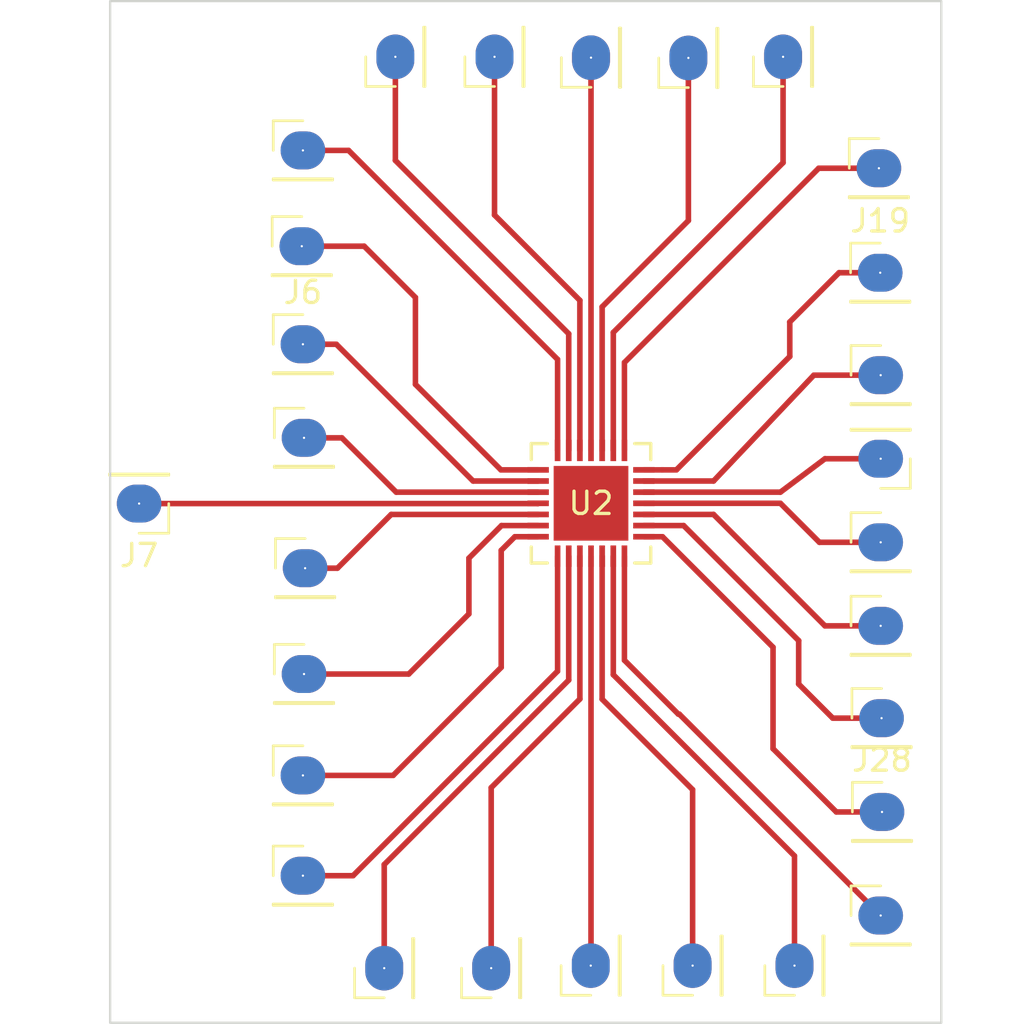
<source format=kicad_pcb>
(kicad_pcb (version 20221018) (generator pcbnew)
  (layers (0 "F.Cu" signal) (31 "B.Cu" signal) (34 "B.Paste" user) (35 "F.Paste" user) (36 "B.SilkS" user "B.Silkscreen") (37 "F.SilkS" user "F.Silkscreen") (38 "B.Mask" user) (39 "F.Mask" user) (44 "Edge.Cuts" user))
  (net 0 "")
  (net 1 "Net-(J1-Pin_1)")
  (net 2 "Net-(J2-Pin_1)")
  (net 4 "Net-(J3-Pin_1)")
  (net 5 "Net-(J4-Pin_1)")
  (net 6 "Net-(J5-Pin_1)")
  (net 7 "Net-(J7-Pin_1)")
  (net 8 "Net-(J8-Pin_1)")
  (net 9 "Net-(J9-Pin_1)")
  (net 10 "Net-(J11-Pin_1)")
  (net 11 "Net-(J12-Pin_1)")
  (net 12 "Net-(J13-Pin_1)")
  (net 13 "Net-(J14-Pin_1)")
  (net 14 "Net-(J15-Pin_1)")
  (net 15 "Net-(J16-Pin_1)")
  (net 16 "Net-(J17-Pin_1)")
  (net 17 "Net-(J10-Pin_1)")
  (net 18 "Net-(J28-Pin_1)")
  (net 19 "Net-(J19-Pin_1)")
  (net 20 "Net-(J20-Pin_1)")
  (net 21 "Net-(J21-Pin_1)")
  (net 22 "Net-(J22-Pin_1)")
  (net 23 "Net-(J23-Pin_1)")
  (net 24 "Net-(J24-Pin_1)")
  (net 25 "Net-(J25-Pin_1)")
  (net 26 "Net-(J26-Pin_1)")
  (net 27 "Net-(J27-Pin_1)")
  (net 28 "Net-(J6-Pin_1)")
  (net 29 "Net-(#FLG01-pwr)")
  (footprint "Connector_PinHeader_2.54mm:PinHeader_1x01_P2.54mm_Vertical" (layer "F.Cu") (at 138.25 80)
    (fp_text reference "J26" hide)
    (fp_text value "Conn_01x01_Pin" hide)
    (fp_line (start -1.33 -1.33) (end 0 -1.33) (stroke (width 0.12)) (layer "F.SilkS"))
    (fp_line (start -1.33 0) (end -1.33 -1.33) (stroke (width 0.12)) (layer "F.SilkS"))
    (fp_line (start -1.33 1.27) (end -1.33 1.33) (stroke (width 0.12)) (layer "F.SilkS"))
    (fp_line (start -1.33 1.27) (end 1.33 1.27) (stroke (width 0.12)) (layer "F.SilkS"))
    (fp_line (start -1.33 1.33) (end 1.33 1.33) (stroke (width 0.12)) (layer "F.SilkS"))
    (fp_line (start 1.33 1.27) (end 1.33 1.33) (stroke (width 0.12)) (layer "F.SilkS"))
    (pad "1" thru_hole oval (at 0 0) (size 2 1.7) (drill 0.1) (layers "*.Cu" "*.Mask") (net 26 "Net-(J26-Pin_1)"))
  )
  (footprint "Connector_PinHeader_2.54mm:PinHeader_1x01_P2.54mm_Vertical" (layer "F.Cu") (at 146.85 75.8 90)
    (fp_text reference "J24" hide)
    (fp_text value "Conn_01x01_Pin" hide)
    (fp_line (start -1.33 -1.33) (end 0 -1.33) (stroke (width 0.12)) (layer "F.SilkS"))
    (fp_line (start -1.33 0) (end -1.33 -1.33) (stroke (width 0.12)) (layer "F.SilkS"))
    (fp_line (start -1.33 1.27) (end -1.33 1.33) (stroke (width 0.12)) (layer "F.SilkS"))
    (fp_line (start -1.33 1.27) (end 1.33 1.27) (stroke (width 0.12)) (layer "F.SilkS"))
    (fp_line (start -1.33 1.33) (end 1.33 1.33) (stroke (width 0.12)) (layer "F.SilkS"))
    (fp_line (start 1.33 1.27) (end 1.33 1.33) (stroke (width 0.12)) (layer "F.SilkS"))
    (pad "1" thru_hole oval (at 0 0 90) (size 2 1.7) (drill 0.1) (layers "*.Cu" "*.Mask") (net 24 "Net-(J24-Pin_1)"))
  )
  (footprint "Connector_PinHeader_2.54mm:PinHeader_1x01_P2.54mm_Vertical" (layer "F.Cu") (at 164.18 97.587501)
    (fp_text reference "J4" hide)
    (fp_text value "Conn_01x01_Pin" hide)
    (fp_line (start -1.33 -1.33) (end 0 -1.33) (stroke (width 0.12)) (layer "F.SilkS"))
    (fp_line (start -1.33 0) (end -1.33 -1.33) (stroke (width 0.12)) (layer "F.SilkS"))
    (fp_line (start -1.33 1.27) (end -1.33 1.33) (stroke (width 0.12)) (layer "F.SilkS"))
    (fp_line (start -1.33 1.27) (end 1.33 1.27) (stroke (width 0.12)) (layer "F.SilkS"))
    (fp_line (start -1.33 1.33) (end 1.33 1.33) (stroke (width 0.12)) (layer "F.SilkS"))
    (fp_line (start 1.33 1.27) (end 1.33 1.33) (stroke (width 0.12)) (layer "F.SilkS"))
    (pad "1" thru_hole oval (at 0 0) (size 2 1.7) (drill 0.1) (layers "*.Cu" "*.Mask") (net 5 "Net-(J4-Pin_1)"))
  )
  (footprint "Connector_PinHeader_2.54mm:PinHeader_1x01_P2.54mm_Vertical" (layer "F.Cu") (at 164.1 80.8)
    (fp_text reference "J20" hide)
    (fp_text value "Conn_01x01_Pin" hide)
    (fp_line (start -1.33 -1.33) (end 0 -1.33) (stroke (width 0.12)) (layer "F.SilkS"))
    (fp_line (start -1.33 0) (end -1.33 -1.33) (stroke (width 0.12)) (layer "F.SilkS"))
    (fp_line (start -1.33 1.27) (end -1.33 1.33) (stroke (width 0.12)) (layer "F.SilkS"))
    (fp_line (start -1.33 1.27) (end 1.33 1.27) (stroke (width 0.12)) (layer "F.SilkS"))
    (fp_line (start -1.33 1.33) (end 1.33 1.33) (stroke (width 0.12)) (layer "F.SilkS"))
    (fp_line (start 1.33 1.27) (end 1.33 1.33) (stroke (width 0.12)) (layer "F.SilkS"))
    (pad "1" thru_hole oval (at 0 0) (size 2 1.7) (drill 0.1) (layers "*.Cu" "*.Mask") (net 20 "Net-(J20-Pin_1)"))
  )
  (footprint "Connector_PinHeader_2.54mm:PinHeader_1x01_P2.54mm_Vertical" (layer "F.Cu") (at 151.18 75.837501 90)
    (fp_text reference "J23" hide)
    (fp_text value "Conn_01x01_Pin" hide)
    (fp_line (start -1.33 -1.33) (end 0 -1.33) (stroke (width 0.12)) (layer "F.SilkS"))
    (fp_line (start -1.33 0) (end -1.33 -1.33) (stroke (width 0.12)) (layer "F.SilkS"))
    (fp_line (start -1.33 1.27) (end -1.33 1.33) (stroke (width 0.12)) (layer "F.SilkS"))
    (fp_line (start -1.33 1.27) (end 1.33 1.27) (stroke (width 0.12)) (layer "F.SilkS"))
    (fp_line (start -1.33 1.33) (end 1.33 1.33) (stroke (width 0.12)) (layer "F.SilkS"))
    (fp_line (start 1.33 1.27) (end 1.33 1.33) (stroke (width 0.12)) (layer "F.SilkS"))
    (pad "1" thru_hole oval (at 0 0 90) (size 2 1.7) (drill 0.1) (layers "*.Cu" "*.Mask") (net 23 "Net-(J23-Pin_1)"))
  )
  (footprint "Connector_PinHeader_2.54mm:PinHeader_1x01_P2.54mm_Vertical" (layer "F.Cu") (at 142.4 75.8 90)
    (fp_text reference "J25" hide)
    (fp_text value "Conn_01x01_Pin" hide)
    (fp_line (start -1.33 -1.33) (end 0 -1.33) (stroke (width 0.12)) (layer "F.SilkS"))
    (fp_line (start -1.33 0) (end -1.33 -1.33) (stroke (width 0.12)) (layer "F.SilkS"))
    (fp_line (start -1.33 1.27) (end -1.33 1.33) (stroke (width 0.12)) (layer "F.SilkS"))
    (fp_line (start -1.33 1.27) (end 1.33 1.27) (stroke (width 0.12)) (layer "F.SilkS"))
    (fp_line (start -1.33 1.33) (end 1.33 1.33) (stroke (width 0.12)) (layer "F.SilkS"))
    (fp_line (start 1.33 1.27) (end 1.33 1.33) (stroke (width 0.12)) (layer "F.SilkS"))
    (pad "1" thru_hole oval (at 0 0 90) (size 2 1.7) (drill 0.1) (layers "*.Cu" "*.Mask") (net 25 "Net-(J25-Pin_1)"))
  )
  (footprint "Connector_PinHeader_2.54mm:PinHeader_1x01_P2.54mm_Vertical" (layer "F.Cu") (at 164.18 114.337501)
    (fp_text reference "J16" hide)
    (fp_text value "Conn_01x01_Pin" hide)
    (fp_line (start -1.33 -1.33) (end 0 -1.33) (stroke (width 0.12)) (layer "F.SilkS"))
    (fp_line (start -1.33 0) (end -1.33 -1.33) (stroke (width 0.12)) (layer "F.SilkS"))
    (fp_line (start -1.33 1.27) (end -1.33 1.33) (stroke (width 0.12)) (layer "F.SilkS"))
    (fp_line (start -1.33 1.27) (end 1.33 1.27) (stroke (width 0.12)) (layer "F.SilkS"))
    (fp_line (start -1.33 1.33) (end 1.33 1.33) (stroke (width 0.12)) (layer "F.SilkS"))
    (fp_line (start 1.33 1.27) (end 1.33 1.33) (stroke (width 0.12)) (layer "F.SilkS"))
    (pad "1" thru_hole oval (at 0 0) (size 2 1.7) (drill 0.1) (layers "*.Cu" "*.Mask") (net 15 "Net-(J16-Pin_1)"))
  )
  (footprint "Connector_PinHeader_2.54mm:PinHeader_1x01_P2.54mm_Vertical" (layer "F.Cu") (at 141.9 116.7 90)
    (fp_text reference "J12" hide)
    (fp_text value "Conn_01x01_Pin" hide)
    (fp_line (start -1.33 -1.33) (end 0 -1.33) (stroke (width 0.12)) (layer "F.SilkS"))
    (fp_line (start -1.33 0) (end -1.33 -1.33) (stroke (width 0.12)) (layer "F.SilkS"))
    (fp_line (start -1.33 1.27) (end -1.33 1.33) (stroke (width 0.12)) (layer "F.SilkS"))
    (fp_line (start -1.33 1.27) (end 1.33 1.27) (stroke (width 0.12)) (layer "F.SilkS"))
    (fp_line (start -1.33 1.33) (end 1.33 1.33) (stroke (width 0.12)) (layer "F.SilkS"))
    (fp_line (start 1.33 1.27) (end 1.33 1.33) (stroke (width 0.12)) (layer "F.SilkS"))
    (pad "1" thru_hole oval (at 0 0 90) (size 2 1.7) (drill 0.1) (layers "*.Cu" "*.Mask") (net 11 "Net-(J12-Pin_1)"))
  )
  (footprint "Connector_PinHeader_2.54mm:PinHeader_1x01_P2.54mm_Vertical" (layer "F.Cu") (at 155.55 75.85 90)
    (fp_text reference "J22" hide)
    (fp_text value "Conn_01x01_Pin" hide)
    (fp_line (start -1.33 -1.33) (end 0 -1.33) (stroke (width 0.12)) (layer "F.SilkS"))
    (fp_line (start -1.33 0) (end -1.33 -1.33) (stroke (width 0.12)) (layer "F.SilkS"))
    (fp_line (start -1.33 1.27) (end -1.33 1.33) (stroke (width 0.12)) (layer "F.SilkS"))
    (fp_line (start -1.33 1.27) (end 1.33 1.27) (stroke (width 0.12)) (layer "F.SilkS"))
    (fp_line (start -1.33 1.33) (end 1.33 1.33) (stroke (width 0.12)) (layer "F.SilkS"))
    (fp_line (start 1.33 1.27) (end 1.33 1.33) (stroke (width 0.12)) (layer "F.SilkS"))
    (pad "1" thru_hole oval (at 0 0 90) (size 2 1.7) (drill 0.1) (layers "*.Cu" "*.Mask") (net 22 "Net-(J22-Pin_1)"))
  )
  (footprint "footprints:MAX2121ETI&plus_" (layer "F.Cu") (at 151.18 95.8375)
    (fp_text reference "U2" (at 0 0) (layer "F.SilkS"))
    (fp_text value "MAX2121ETI+" hide)
    (fp_line (start -2.6797 -2.6797) (end -2.6797 -1.96014) (stroke (width 0.1524)) (layer "F.SilkS"))
    (fp_line (start -2.6797 1.96014) (end -2.6797 2.6797) (stroke (width 0.1524)) (layer "F.SilkS"))
    (fp_line (start -2.6797 2.6797) (end -1.96014 2.6797) (stroke (width 0.1524)) (layer "F.SilkS"))
    (fp_line (start -1.96014 -2.6797) (end -2.6797 -2.6797) (stroke (width 0.1524)) (layer "F.SilkS"))
    (fp_line (start 1.96014 2.6797) (end 2.6797 2.6797) (stroke (width 0.1524)) (layer "F.SilkS"))
    (fp_line (start 2.6797 -2.6797) (end 1.96014 -2.6797) (stroke (width 0.1524)) (layer "F.SilkS"))
    (fp_line (start 2.6797 -1.96014) (end 2.6797 -2.6797) (stroke (width 0.1524)) (layer "F.SilkS"))
    (fp_line (start 2.6797 2.6797) (end 2.6797 1.96014) (stroke (width 0.1524)) (layer "F.SilkS"))
    (pad "1" smd rect (at -2.3725 -1.5 90) (size 0.2548 0.960399) (layers "F.Cu" "F.Paste" "F.Mask") (net 1 "Net-(J1-Pin_1)"))
    (pad "2" smd rect (at -2.3725 -1.000001 90) (size 0.2548 0.960399) (layers "F.Cu" "F.Paste" "F.Mask") (net 28 "Net-(J6-Pin_1)"))
    (pad "3" smd rect (at -2.3725 -0.499999 90) (size 0.2548 0.960399) (layers "F.Cu" "F.Paste" "F.Mask") (net 29 "Net-(#FLG01-pwr)"))
    (pad "4" smd rect (at -2.3725 0 90) (size 0.2548 0.960399) (layers "F.Cu" "F.Paste" "F.Mask") (net 7 "Net-(J7-Pin_1)"))
    (pad "5" smd rect (at -2.3725 0.499999 90) (size 0.2548 0.960399) (layers "F.Cu" "F.Paste" "F.Mask") (net 8 "Net-(J8-Pin_1)"))
    (pad "6" smd rect (at -2.3725 1.000001 90) (size 0.2548 0.960399) (layers "F.Cu" "F.Paste" "F.Mask") (net 9 "Net-(J9-Pin_1)"))
    (pad "7" smd rect (at -2.3725 1.5 90) (size 0.2548 0.960399) (layers "F.Cu" "F.Paste" "F.Mask") (net 17 "Net-(J10-Pin_1)"))
    (pad "8" smd rect (at -1.5 2.3725) (size 0.2548 0.960399) (layers "F.Cu" "F.Paste" "F.Mask") (net 10 "Net-(J11-Pin_1)"))
    (pad "9" smd rect (at -1.000001 2.3725) (size 0.2548 0.960399) (layers "F.Cu" "F.Paste" "F.Mask") (net 11 "Net-(J12-Pin_1)"))
    (pad "10" smd rect (at -0.499999 2.3725) (size 0.2548 0.960399) (layers "F.Cu" "F.Paste" "F.Mask") (net 12 "Net-(J13-Pin_1)"))
    (pad "11" smd rect (at 0 2.3725) (size 0.2548 0.960399) (layers "F.Cu" "F.Paste" "F.Mask") (net 16 "Net-(J17-Pin_1)"))
    (pad "12" smd rect (at 0.499999 2.3725) (size 0.2548 0.960399) (layers "F.Cu" "F.Paste" "F.Mask") (net 13 "Net-(J14-Pin_1)"))
    (pad "13" smd rect (at 1.000001 2.3725) (size 0.2548 0.960399) (layers "F.Cu" "F.Paste" "F.Mask") (net 14 "Net-(J15-Pin_1)"))
    (pad "14" smd rect (at 1.5 2.3725) (size 0.2548 0.960399) (layers "F.Cu" "F.Paste" "F.Mask") (net 15 "Net-(J16-Pin_1)"))
    (pad "15" smd rect (at 2.3725 1.5 90) (size 0.2548 0.960399) (layers "F.Cu" "F.Paste" "F.Mask") (net 18 "Net-(J28-Pin_1)"))
    (pad "16" smd rect (at 2.3725 1.000001 90) (size 0.2548 0.960399) (layers "F.Cu" "F.Paste" "F.Mask") (net 27 "Net-(J27-Pin_1)"))
    (pad "17" smd rect (at 2.3725 0.499999 90) (size 0.2548 0.960399) (layers "F.Cu" "F.Paste" "F.Mask") (net 6 "Net-(J5-Pin_1)"))
    (pad "18" smd rect (at 2.3725 0 90) (size 0.2548 0.960399) (layers "F.Cu" "F.Paste" "F.Mask") (net 5 "Net-(J4-Pin_1)"))
    (pad "19" smd rect (at 2.3725 -0.499999 90) (size 0.2548 0.960399) (layers "F.Cu" "F.Paste" "F.Mask") (net 4 "Net-(J3-Pin_1)"))
    (pad "20" smd rect (at 2.3725 -1.000001 90) (size 0.2548 0.960399) (layers "F.Cu" "F.Paste" "F.Mask") (net 2 "Net-(J2-Pin_1)"))
    (pad "21" smd rect (at 2.3725 -1.5 90) (size 0.2548 0.960399) (layers "F.Cu" "F.Paste" "F.Mask") (net 19 "Net-(J19-Pin_1)"))
    (pad "22" smd rect (at 1.5 -2.3725) (size 0.2548 0.960399) (layers "F.Cu" "F.Paste" "F.Mask") (net 20 "Net-(J20-Pin_1)"))
    (pad "23" smd rect (at 1.000001 -2.3725) (size 0.2548 0.960399) (layers "F.Cu" "F.Paste" "F.Mask") (net 21 "Net-(J21-Pin_1)"))
    (pad "24" smd rect (at 0.499999 -2.3725) (size 0.2548 0.960399) (layers "F.Cu" "F.Paste" "F.Mask") (net 22 "Net-(J22-Pin_1)"))
    (pad "25" smd rect (at 0 -2.3725) (size 0.2548 0.960399) (layers "F.Cu" "F.Paste" "F.Mask") (net 23 "Net-(J23-Pin_1)"))
    (pad "26" smd rect (at -0.499999 -2.3725) (size 0.2548 0.960399) (layers "F.Cu" "F.Paste" "F.Mask") (net 24 "Net-(J24-Pin_1)"))
    (pad "27" smd rect (at -1.000001 -2.3725) (size 0.2548 0.960399) (layers "F.Cu" "F.Paste" "F.Mask") (net 25 "Net-(J25-Pin_1)"))
    (pad "28" smd rect (at -1.5 -2.3725) (size 0.2548 0.960399) (layers "F.Cu" "F.Paste" "F.Mask") (net 26 "Net-(J26-Pin_1)"))
    (pad "29" smd rect (at 0 0) (size 3.3528 3.3528) (layers "F.Cu" "F.Paste" "F.Mask"))
  )
  (footprint "Connector_PinHeader_2.54mm:PinHeader_1x01_P2.54mm_Vertical" (layer "F.Cu") (at 151.168 116.586 90)
    (fp_text reference "J17" hide)
    (fp_text value "Conn_01x01_Pin" hide)
    (fp_line (start -1.33 -1.33) (end 0 -1.33) (stroke (width 0.12)) (layer "F.SilkS"))
    (fp_line (start -1.33 0) (end -1.33 -1.33) (stroke (width 0.12)) (layer "F.SilkS"))
    (fp_line (start -1.33 1.27) (end -1.33 1.33) (stroke (width 0.12)) (layer "F.SilkS"))
    (fp_line (start -1.33 1.27) (end 1.33 1.27) (stroke (width 0.12)) (layer "F.SilkS"))
    (fp_line (start -1.33 1.33) (end 1.33 1.33) (stroke (width 0.12)) (layer "F.SilkS"))
    (fp_line (start 1.33 1.27) (end 1.33 1.33) (stroke (width 0.12)) (layer "F.SilkS"))
    (pad "1" thru_hole oval (at 0 0 90) (size 2 1.7) (drill 0.1) (layers "*.Cu" "*.Mask") (net 16 "Net-(J17-Pin_1)"))
  )
  (footprint "Connector_PinHeader_2.54mm:PinHeader_1x01_P2.54mm_Vertical" (layer "F.Cu") (at 138.35 98.75)
    (fp_text reference "J8" hide)
    (fp_text value "Conn_01x01_Pin" hide)
    (fp_line (start -1.33 -1.33) (end 0 -1.33) (stroke (width 0.12)) (layer "F.SilkS"))
    (fp_line (start -1.33 0) (end -1.33 -1.33) (stroke (width 0.12)) (layer "F.SilkS"))
    (fp_line (start -1.33 1.27) (end -1.33 1.33) (stroke (width 0.12)) (layer "F.SilkS"))
    (fp_line (start -1.33 1.27) (end 1.33 1.27) (stroke (width 0.12)) (layer "F.SilkS"))
    (fp_line (start -1.33 1.33) (end 1.33 1.33) (stroke (width 0.12)) (layer "F.SilkS"))
    (fp_line (start 1.33 1.27) (end 1.33 1.33) (stroke (width 0.12)) (layer "F.SilkS"))
    (pad "1" thru_hole oval (at 0 0) (size 2 1.7) (drill 0.1) (layers "*.Cu" "*.Mask") (net 8 "Net-(J8-Pin_1)"))
  )
  (footprint "Connector_PinHeader_2.54mm:PinHeader_1x01_P2.54mm_Vertical" (layer "F.Cu") (at 138.3 103.5)
    (fp_text reference "J9" hide)
    (fp_text value "Conn_01x01_Pin" hide)
    (fp_line (start -1.33 -1.33) (end 0 -1.33) (stroke (width 0.12)) (layer "F.SilkS"))
    (fp_line (start -1.33 0) (end -1.33 -1.33) (stroke (width 0.12)) (layer "F.SilkS"))
    (fp_line (start -1.33 1.27) (end -1.33 1.33) (stroke (width 0.12)) (layer "F.SilkS"))
    (fp_line (start -1.33 1.27) (end 1.33 1.27) (stroke (width 0.12)) (layer "F.SilkS"))
    (fp_line (start -1.33 1.33) (end 1.33 1.33) (stroke (width 0.12)) (layer "F.SilkS"))
    (fp_line (start 1.33 1.27) (end 1.33 1.33) (stroke (width 0.12)) (layer "F.SilkS"))
    (pad "1" thru_hole oval (at 0 0) (size 2 1.7) (drill 0.1) (layers "*.Cu" "*.Mask") (net 9 "Net-(J9-Pin_1)"))
  )
  (footprint "Connector_PinHeader_2.54mm:PinHeader_1x01_P2.54mm_Vertical" (layer "F.Cu") (at 164.22 105.48)
    (fp_text reference "J27" hide)
    (fp_text value "Conn_01x01_Pin" hide)
    (fp_line (start -1.33 -1.33) (end 0 -1.33) (stroke (width 0.12)) (layer "F.SilkS"))
    (fp_line (start -1.33 0) (end -1.33 -1.33) (stroke (width 0.12)) (layer "F.SilkS"))
    (fp_line (start -1.33 1.27) (end -1.33 1.33) (stroke (width 0.12)) (layer "F.SilkS"))
    (fp_line (start -1.33 1.27) (end 1.33 1.27) (stroke (width 0.12)) (layer "F.SilkS"))
    (fp_line (start -1.33 1.33) (end 1.33 1.33) (stroke (width 0.12)) (layer "F.SilkS"))
    (fp_line (start 1.33 1.27) (end 1.33 1.33) (stroke (width 0.12)) (layer "F.SilkS"))
    (pad "1" thru_hole oval (at 0 0) (size 2 1.7) (drill 0.1) (layers "*.Cu" "*.Mask") (net 27 "Net-(J27-Pin_1)"))
  )
  (footprint "Connector_PinHeader_2.54mm:PinHeader_1x01_P2.54mm_Vertical" (layer "F.Cu") (at 138.3 92.9)
    (fp_text reference "J18" hide)
    (fp_text value "Conn_01x01_Pin" hide)
    (fp_line (start -1.33 -1.33) (end 0 -1.33) (stroke (width 0.12)) (layer "F.SilkS"))
    (fp_line (start -1.33 0) (end -1.33 -1.33) (stroke (width 0.12)) (layer "F.SilkS"))
    (fp_line (start -1.33 1.27) (end -1.33 1.33) (stroke (width 0.12)) (layer "F.SilkS"))
    (fp_line (start -1.33 1.27) (end 1.33 1.27) (stroke (width 0.12)) (layer "F.SilkS"))
    (fp_line (start -1.33 1.33) (end 1.33 1.33) (stroke (width 0.12)) (layer "F.SilkS"))
    (fp_line (start 1.33 1.27) (end 1.33 1.33) (stroke (width 0.12)) (layer "F.SilkS"))
    (pad "1" thru_hole oval (at 0 0) (size 2 1.7) (drill 0.1) (layers "*.Cu" "*.Mask") (net 29 "Net-(#FLG01-pwr)"))
  )
  (footprint "Connector_PinHeader_2.54mm:PinHeader_1x01_P2.54mm_Vertical" (layer "F.Cu") (at 130.9 95.85 180)
    (fp_text reference "J7" (at 0 -2.33) (layer "F.SilkS"))
    (fp_text value "Conn_01x01_Pin")
    (fp_line (start -1.33 -1.33) (end 0 -1.33) (stroke (width 0.12)) (layer "F.SilkS"))
    (fp_line (start -1.33 0) (end -1.33 -1.33) (stroke (width 0.12)) (layer "F.SilkS"))
    (fp_line (start -1.33 1.27) (end -1.33 1.33) (stroke (width 0.12)) (layer "F.SilkS"))
    (fp_line (start -1.33 1.27) (end 1.33 1.27) (stroke (width 0.12)) (layer "F.SilkS"))
    (fp_line (start -1.33 1.33) (end 1.33 1.33) (stroke (width 0.12)) (layer "F.SilkS"))
    (fp_line (start 1.33 1.27) (end 1.33 1.33) (stroke (width 0.12)) (layer "F.SilkS"))
    (pad "1" thru_hole oval (at 0 0 180) (size 2 1.7) (drill 0.1) (layers "*.Cu" "*.Mask") (net 7 "Net-(J7-Pin_1)"))
  )
  (footprint "Connector_PinHeader_2.54mm:PinHeader_1x01_P2.54mm_Vertical" (layer "F.Cu") (at 138.25 88.7)
    (fp_text reference "J6" (at 0 -2.33) (layer "F.SilkS"))
    (fp_text value "Conn_01x01_Pin")
    (fp_line (start -1.33 -1.33) (end 0 -1.33) (stroke (width 0.12)) (layer "F.SilkS"))
    (fp_line (start -1.33 0) (end -1.33 -1.33) (stroke (width 0.12)) (layer "F.SilkS"))
    (fp_line (start -1.33 1.27) (end -1.33 1.33) (stroke (width 0.12)) (layer "F.SilkS"))
    (fp_line (start -1.33 1.27) (end 1.33 1.27) (stroke (width 0.12)) (layer "F.SilkS"))
    (fp_line (start -1.33 1.33) (end 1.33 1.33) (stroke (width 0.12)) (layer "F.SilkS"))
    (fp_line (start 1.33 1.27) (end 1.33 1.33) (stroke (width 0.12)) (layer "F.SilkS"))
    (pad "1" thru_hole oval (at 0 0) (size 2 1.7) (drill 0.1) (layers "*.Cu" "*.Mask") (net 28 "Net-(J6-Pin_1)"))
  )
  (footprint "Connector_PinHeader_2.54mm:PinHeader_1x01_P2.54mm_Vertical" (layer "F.Cu") (at 138.25 112.55)
    (fp_text reference "J11" hide)
    (fp_text value "Conn_01x01_Pin" hide)
    (fp_line (start -1.33 -1.33) (end 0 -1.33) (stroke (width 0.12)) (layer "F.SilkS"))
    (fp_line (start -1.33 0) (end -1.33 -1.33) (stroke (width 0.12)) (layer "F.SilkS"))
    (fp_line (start -1.33 1.27) (end -1.33 1.33) (stroke (width 0.12)) (layer "F.SilkS"))
    (fp_line (start -1.33 1.27) (end 1.33 1.27) (stroke (width 0.12)) (layer "F.SilkS"))
    (fp_line (start -1.33 1.33) (end 1.33 1.33) (stroke (width 0.12)) (layer "F.SilkS"))
    (fp_line (start 1.33 1.27) (end 1.33 1.33) (stroke (width 0.12)) (layer "F.SilkS"))
    (pad "1" thru_hole oval (at 0 0) (size 2 1.7) (drill 0.1) (layers "*.Cu" "*.Mask") (net 10 "Net-(J11-Pin_1)"))
  )
  (footprint "Connector_PinHeader_2.54mm:PinHeader_1x01_P2.54mm_Vertical" (layer "F.Cu") (at 159.8 75.8 90)
    (fp_text reference "J21" hide)
    (fp_text value "Conn_01x01_Pin" hide)
    (fp_line (start -1.33 -1.33) (end 0 -1.33) (stroke (width 0.12)) (layer "F.SilkS"))
    (fp_line (start -1.33 0) (end -1.33 -1.33) (stroke (width 0.12)) (layer "F.SilkS"))
    (fp_line (start -1.33 1.27) (end -1.33 1.33) (stroke (width 0.12)) (layer "F.SilkS"))
    (fp_line (start -1.33 1.27) (end 1.33 1.27) (stroke (width 0.12)) (layer "F.SilkS"))
    (fp_line (start -1.33 1.33) (end 1.33 1.33) (stroke (width 0.12)) (layer "F.SilkS"))
    (fp_line (start 1.33 1.27) (end 1.33 1.33) (stroke (width 0.12)) (layer "F.SilkS"))
    (pad "1" thru_hole oval (at 0 0 90) (size 2 1.7) (drill 0.1) (layers "*.Cu" "*.Mask") (net 21 "Net-(J21-Pin_1)"))
  )
  (footprint "Connector_PinHeader_2.54mm:PinHeader_1x01_P2.54mm_Vertical" (layer "F.Cu") (at 164.16 85.49)
    (fp_text reference "J19" (at 0 -2.33) (layer "F.SilkS"))
    (fp_text value "Conn_01x01_Pin")
    (fp_line (start -1.33 -1.33) (end 0 -1.33) (stroke (width 0.12)) (layer "F.SilkS"))
    (fp_line (start -1.33 0) (end -1.33 -1.33) (stroke (width 0.12)) (layer "F.SilkS"))
    (fp_line (start -1.33 1.27) (end -1.33 1.33) (stroke (width 0.12)) (layer "F.SilkS"))
    (fp_line (start -1.33 1.27) (end 1.33 1.27) (stroke (width 0.12)) (layer "F.SilkS"))
    (fp_line (start -1.33 1.33) (end 1.33 1.33) (stroke (width 0.12)) (layer "F.SilkS"))
    (fp_line (start 1.33 1.27) (end 1.33 1.33) (stroke (width 0.12)) (layer "F.SilkS"))
    (pad "1" thru_hole oval (at 0 0) (size 2 1.7) (drill 0.1) (layers "*.Cu" "*.Mask") (net 19 "Net-(J19-Pin_1)"))
  )
  (footprint "Connector_PinHeader_2.54mm:PinHeader_1x01_P2.54mm_Vertical" (layer "F.Cu") (at 138.25 108.05)
    (fp_text reference "J10" hide)
    (fp_text value "Conn_01x01_Pin" hide)
    (fp_line (start -1.33 -1.33) (end 0 -1.33) (stroke (width 0.12)) (layer "F.SilkS"))
    (fp_line (start -1.33 0) (end -1.33 -1.33) (stroke (width 0.12)) (layer "F.SilkS"))
    (fp_line (start -1.33 1.27) (end -1.33 1.33) (stroke (width 0.12)) (layer "F.SilkS"))
    (fp_line (start -1.33 1.27) (end 1.33 1.27) (stroke (width 0.12)) (layer "F.SilkS"))
    (fp_line (start -1.33 1.33) (end 1.33 1.33) (stroke (width 0.12)) (layer "F.SilkS"))
    (fp_line (start 1.33 1.27) (end 1.33 1.33) (stroke (width 0.12)) (layer "F.SilkS"))
    (pad "1" thru_hole oval (at 0 0) (size 2 1.7) (drill 0.1) (layers "*.Cu" "*.Mask") (net 17 "Net-(J10-Pin_1)"))
  )
  (footprint "Connector_PinHeader_2.54mm:PinHeader_1x01_P2.54mm_Vertical" (layer "F.Cu") (at 138.2 84.3)
    (fp_text reference "J1" hide)
    (fp_text value "Conn_01x01_Pin" hide)
    (fp_line (start -1.33 -1.33) (end 0 -1.33) (stroke (width 0.12)) (layer "F.SilkS"))
    (fp_line (start -1.33 0) (end -1.33 -1.33) (stroke (width 0.12)) (layer "F.SilkS"))
    (fp_line (start -1.33 1.27) (end -1.33 1.33) (stroke (width 0.12)) (layer "F.SilkS"))
    (fp_line (start -1.33 1.27) (end 1.33 1.27) (stroke (width 0.12)) (layer "F.SilkS"))
    (fp_line (start -1.33 1.33) (end 1.33 1.33) (stroke (width 0.12)) (layer "F.SilkS"))
    (fp_line (start 1.33 1.27) (end 1.33 1.33) (stroke (width 0.12)) (layer "F.SilkS"))
    (pad "1" thru_hole oval (at 0 0) (size 2 1.7) (drill 0.1) (layers "*.Cu" "*.Mask") (net 1 "Net-(J1-Pin_1)"))
  )
  (footprint "Connector_PinHeader_2.54mm:PinHeader_1x01_P2.54mm_Vertical" (layer "F.Cu") (at 164.18 90.087501)
    (fp_text reference "J2" hide)
    (fp_text value "Conn_01x01_Pin" hide)
    (fp_line (start -1.33 -1.33) (end 0 -1.33) (stroke (width 0.12)) (layer "F.SilkS"))
    (fp_line (start -1.33 0) (end -1.33 -1.33) (stroke (width 0.12)) (layer "F.SilkS"))
    (fp_line (start -1.33 1.27) (end -1.33 1.33) (stroke (width 0.12)) (layer "F.SilkS"))
    (fp_line (start -1.33 1.27) (end 1.33 1.27) (stroke (width 0.12)) (layer "F.SilkS"))
    (fp_line (start -1.33 1.33) (end 1.33 1.33) (stroke (width 0.12)) (layer "F.SilkS"))
    (fp_line (start 1.33 1.27) (end 1.33 1.33) (stroke (width 0.12)) (layer "F.SilkS"))
    (pad "1" thru_hole oval (at 0 0) (size 2 1.7) (drill 0.1) (layers "*.Cu" "*.Mask") (net 2 "Net-(J2-Pin_1)"))
  )
  (footprint "Connector_PinHeader_2.54mm:PinHeader_1x01_P2.54mm_Vertical" (layer "F.Cu") (at 155.74 116.586 90)
    (fp_text reference "J14" hide)
    (fp_text value "Conn_01x01_Pin" hide)
    (fp_line (start -1.33 -1.33) (end 0 -1.33) (stroke (width 0.12)) (layer "F.SilkS"))
    (fp_line (start -1.33 0) (end -1.33 -1.33) (stroke (width 0.12)) (layer "F.SilkS"))
    (fp_line (start -1.33 1.27) (end -1.33 1.33) (stroke (width 0.12)) (layer "F.SilkS"))
    (fp_line (start -1.33 1.27) (end 1.33 1.27) (stroke (width 0.12)) (layer "F.SilkS"))
    (fp_line (start -1.33 1.33) (end 1.33 1.33) (stroke (width 0.12)) (layer "F.SilkS"))
    (fp_line (start 1.33 1.27) (end 1.33 1.33) (stroke (width 0.12)) (layer "F.SilkS"))
    (pad "1" thru_hole oval (at 0 0 90) (size 2 1.7) (drill 0.1) (layers "*.Cu" "*.Mask") (net 13 "Net-(J14-Pin_1)"))
  )
  (footprint "Connector_PinHeader_2.54mm:PinHeader_1x01_P2.54mm_Vertical" (layer "F.Cu") (at 164.18 101.337501)
    (fp_text reference "J5" hide)
    (fp_text value "Conn_01x01_Pin" hide)
    (fp_line (start -1.33 -1.33) (end 0 -1.33) (stroke (width 0.12)) (layer "F.SilkS"))
    (fp_line (start -1.33 0) (end -1.33 -1.33) (stroke (width 0.12)) (layer "F.SilkS"))
    (fp_line (start -1.33 1.27) (end -1.33 1.33) (stroke (width 0.12)) (layer "F.SilkS"))
    (fp_line (start -1.33 1.27) (end 1.33 1.27) (stroke (width 0.12)) (layer "F.SilkS"))
    (fp_line (start -1.33 1.33) (end 1.33 1.33) (stroke (width 0.12)) (layer "F.SilkS"))
    (fp_line (start 1.33 1.27) (end 1.33 1.33) (stroke (width 0.12)) (layer "F.SilkS"))
    (pad "1" thru_hole oval (at 0 0) (size 2 1.7) (drill 0.1) (layers "*.Cu" "*.Mask") (net 6 "Net-(J5-Pin_1)"))
  )
  (footprint "Connector_PinHeader_2.54mm:PinHeader_1x01_P2.54mm_Vertical" (layer "F.Cu") (at 160.312 116.586 90)
    (fp_text reference "J15" hide)
    (fp_text value "Conn_01x01_Pin" hide)
    (fp_line (start -1.33 -1.33) (end 0 -1.33) (stroke (width 0.12)) (layer "F.SilkS"))
    (fp_line (start -1.33 0) (end -1.33 -1.33) (stroke (width 0.12)) (layer "F.SilkS"))
    (fp_line (start -1.33 1.27) (end -1.33 1.33) (stroke (width 0.12)) (layer "F.SilkS"))
    (fp_line (start -1.33 1.27) (end 1.33 1.27) (stroke (width 0.12)) (layer "F.SilkS"))
    (fp_line (start -1.33 1.33) (end 1.33 1.33) (stroke (width 0.12)) (layer "F.SilkS"))
    (fp_line (start 1.33 1.27) (end 1.33 1.33) (stroke (width 0.12)) (layer "F.SilkS"))
    (pad "1" thru_hole oval (at 0 0 90) (size 2 1.7) (drill 0.1) (layers "*.Cu" "*.Mask") (net 14 "Net-(J15-Pin_1)"))
  )
  (footprint "Connector_PinHeader_2.54mm:PinHeader_1x01_P2.54mm_Vertical" (layer "F.Cu") (at 164.18 93.837501 180)
    (fp_text reference "J3" hide)
    (fp_text value "Conn_01x01_Pin" hide)
    (fp_line (start -1.33 -1.33) (end 0 -1.33) (stroke (width 0.12)) (layer "F.SilkS"))
    (fp_line (start -1.33 0) (end -1.33 -1.33) (stroke (width 0.12)) (layer "F.SilkS"))
    (fp_line (start -1.33 1.27) (end -1.33 1.33) (stroke (width 0.12)) (layer "F.SilkS"))
    (fp_line (start -1.33 1.27) (end 1.33 1.27) (stroke (width 0.12)) (layer "F.SilkS"))
    (fp_line (start -1.33 1.33) (end 1.33 1.33) (stroke (width 0.12)) (layer "F.SilkS"))
    (fp_line (start 1.33 1.27) (end 1.33 1.33) (stroke (width 0.12)) (layer "F.SilkS"))
    (pad "1" thru_hole oval (at 0 0 180) (size 2 1.7) (drill 0.1) (layers "*.Cu" "*.Mask") (net 4 "Net-(J3-Pin_1)"))
  )
  (footprint "Connector_PinHeader_2.54mm:PinHeader_1x01_P2.54mm_Vertical" (layer "F.Cu") (at 146.7 116.7 90)
    (fp_text reference "J13" hide)
    (fp_text value "Conn_01x01_Pin" hide)
    (fp_line (start -1.33 -1.33) (end 0 -1.33) (stroke (width 0.12)) (layer "F.SilkS"))
    (fp_line (start -1.33 0) (end -1.33 -1.33) (stroke (width 0.12)) (layer "F.SilkS"))
    (fp_line (start -1.33 1.27) (end -1.33 1.33) (stroke (width 0.12)) (layer "F.SilkS"))
    (fp_line (start -1.33 1.27) (end 1.33 1.27) (stroke (width 0.12)) (layer "F.SilkS"))
    (fp_line (start -1.33 1.33) (end 1.33 1.33) (stroke (width 0.12)) (layer "F.SilkS"))
    (fp_line (start 1.33 1.27) (end 1.33 1.33) (stroke (width 0.12)) (layer "F.SilkS"))
    (pad "1" thru_hole oval (at 0 0 90) (size 2 1.7) (drill 0.1) (layers "*.Cu" "*.Mask") (net 12 "Net-(J13-Pin_1)"))
  )
  (footprint "Connector_PinHeader_2.54mm:PinHeader_1x01_P2.54mm_Vertical" (layer "F.Cu") (at 164.24 109.69)
    (fp_text reference "J28" (at 0 -2.33) (layer "F.SilkS"))
    (fp_text value "Conn_01x01_Pin")
    (fp_line (start -1.33 -1.33) (end 0 -1.33) (stroke (width 0.12)) (layer "F.SilkS"))
    (fp_line (start -1.33 0) (end -1.33 -1.33) (stroke (width 0.12)) (layer "F.SilkS"))
    (fp_line (start -1.33 1.27) (end -1.33 1.33) (stroke (width 0.12)) (layer "F.SilkS"))
    (fp_line (start -1.33 1.27) (end 1.33 1.27) (stroke (width 0.12)) (layer "F.SilkS"))
    (fp_line (start -1.33 1.33) (end 1.33 1.33) (stroke (width 0.12)) (layer "F.SilkS"))
    (fp_line (start 1.33 1.27) (end 1.33 1.33) (stroke (width 0.12)) (layer "F.SilkS"))
    (pad "1" thru_hole oval (at 0 0) (size 2 1.7) (drill 0.1) (layers "*.Cu" "*.Mask") (net 18 "Net-(J28-Pin_1)"))
  )
  (gr_rect (start 129.6 73.3) (end 166.9 119.15) (stroke (width 0.1)) (fill none) (layer "Edge.Cuts"))
  (segment (start 141 84.3) (end 138.2 84.3) (width 0.25) (layer "F.Cu") (net 1))
  (segment (start 147.1375 94.3375) (end 143.3 90.5) (width 0.25) (layer "F.Cu") (net 1))
  (segment (start 143.3 86.6) (end 141 84.3) (width 0.25) (layer "F.Cu") (net 1))
  (segment (start 148.8075 94.3375) (end 147.1375 94.3375) (width 0.25) (layer "F.Cu") (net 1))
  (segment (start 143.3 90.5) (end 143.3 86.6) (width 0.25) (layer "F.Cu") (net 1))
  (segment (start 164.18 90.087501) (end 161.18 90.087501) (width 0.25) (layer "F.Cu") (net 2))
  (segment (start 161.18 90.087501) (end 156.68 94.837501) (width 0.25) (layer "F.Cu") (net 2))
  (segment (start 156.68 94.837501) (end 153.5525 94.837499) (width 0.25) (layer "F.Cu") (net 2))
  (segment (start 161.68 93.837501) (end 159.68 95.337501) (width 0.25) (layer "F.Cu") (net 4))
  (segment (start 159.68 95.337501) (end 153.5525 95.337501) (width 0.25) (layer "F.Cu") (net 4))
  (segment (start 164.18 93.837501) (end 161.68 93.837501) (width 0.25) (layer "F.Cu") (net 4))
  (segment (start 159.679999 95.8375) (end 153.5525 95.8375) (width 0.25) (layer "F.Cu") (net 5))
  (segment (start 164.18 97.587501) (end 161.43 97.587501) (width 0.25) (layer "F.Cu") (net 5))
  (segment (start 161.43 97.587501) (end 159.679999 95.8375) (width 0.25) (layer "F.Cu") (net 5))
  (segment (start 156.679998 96.337499) (end 153.5525 96.337499) (width 0.25) (layer "F.Cu") (net 6))
  (segment (start 164.18 101.337501) (end 161.68 101.337501) (width 0.25) (layer "F.Cu") (net 6))
  (segment (start 161.68 101.337501) (end 156.679998 96.337499) (width 0.25) (layer "F.Cu") (net 6))
  (segment (start 130.9 95.85) (end 148.795 95.85) (width 0.25) (layer "F.Cu") (net 7))
  (segment (start 148.795 95.85) (end 148.8075 95.8375) (width 0.25) (layer "F.Cu") (net 7))
  (segment (start 142.212501 96.337499) (end 139.8 98.75) (width 0.25) (layer "F.Cu") (net 8))
  (segment (start 148.8075 96.337499) (end 142.212501 96.337499) (width 0.25) (layer "F.Cu") (net 8))
  (segment (start 139.8 98.75) (end 138.35 98.75) (width 0.25) (layer "F.Cu") (net 8))
  (segment (start 147.162499 96.837501) (end 148.8075 96.837501) (width 0.25) (layer "F.Cu") (net 9))
  (segment (start 143 103.5) (end 138.3 103.5) (width 0.25) (layer "F.Cu") (net 9))
  (segment (start 145.7 98.3) (end 145.7 100.8) (width 0.25) (layer "F.Cu") (net 9))
  (segment (start 145.7 100.8) (end 143 103.5) (width 0.25) (layer "F.Cu") (net 9))
  (segment (start 145.7 98.3) (end 147.162499 96.837501) (width 0.25) (layer "F.Cu") (net 9))
  (segment (start 149.68 98.21) (end 149.68 103.37) (width 0.25) (layer "F.Cu") (net 10))
  (segment (start 149.68 103.37) (end 140.5 112.55) (width 0.25) (layer "F.Cu") (net 10))
  (segment (start 140.5 112.55) (end 138.25 112.55) (width 0.25) (layer "F.Cu") (net 10))
  (segment (start 141.9 112.05) (end 150.179999 103.770001) (width 0.25) (layer "F.Cu") (net 11))
  (segment (start 141.9 116.7) (end 141.9 112.05) (width 0.25) (layer "F.Cu") (net 11))
  (segment (start 150.179999 103.770001) (end 150.179999 98.21) (width 0.25) (layer "F.Cu") (net 11))
  (segment (start 150.680001 104.619999) (end 146.7 108.6) (width 0.25) (layer "F.Cu") (net 12))
  (segment (start 150.680001 98.21) (end 150.680001 104.619999) (width 0.25) (layer "F.Cu") (net 12))
  (segment (start 146.7 108.6) (end 146.7 116.7) (width 0.25) (layer "F.Cu") (net 12))
  (segment (start 155.74 108.69) (end 155.74 116.586) (width 0.25) (layer "F.Cu") (net 13))
  (segment (start 151.679999 98.21) (end 151.679999 104.629999) (width 0.25) (layer "F.Cu") (net 13))
  (segment (start 151.679999 104.629999) (end 155.74 108.69) (width 0.25) (layer "F.Cu") (net 13))
  (segment (start 152.180001 103.530001) (end 160.312 111.662) (width 0.25) (layer "F.Cu") (net 14))
  (segment (start 160.312 111.662) (end 160.312 116.586) (width 0.25) (layer "F.Cu") (net 14))
  (segment (start 152.180001 98.21) (end 152.180001 103.530001) (width 0.25) (layer "F.Cu") (net 14))
  (segment (start 152.68 98.21) (end 152.68 102.88) (width 0.25) (layer "F.Cu") (net 15))
  (segment (start 155.1 105.3) (end 155.142499 105.3) (width 0.25) (layer "F.Cu") (net 15))
  (segment (start 155.142499 105.3) (end 164.18 114.337501) (width 0.25) (layer "F.Cu") (net 15))
  (segment (start 152.68 102.88) (end 155.1 105.3) (width 0.25) (layer "F.Cu") (net 15))
  (segment (start 151.18 116.574) (end 151.192 116.586) (width 0.25) (layer "F.Cu") (net 16))
  (segment (start 151.18 98.21) (end 151.18 116.574) (width 0.25) (layer "F.Cu") (net 16))
  (segment (start 148.8075 97.3375) (end 147.7625 97.3375) (width 0.25) (layer "F.Cu") (net 17))
  (segment (start 147.15 97.95) (end 147.15 103.2) (width 0.25) (layer "F.Cu") (net 17))
  (segment (start 147.15 103.2) (end 142.3 108.05) (width 0.25) (layer "F.Cu") (net 17))
  (segment (start 147.7625 97.3375) (end 147.15 97.95) (width 0.25) (layer "F.Cu") (net 17))
  (segment (start 142.3 108.05) (end 138.25 108.05) (width 0.25) (layer "F.Cu") (net 17))
  (segment (start 159.35 106.85) (end 162.19 109.69) (width 0.25) (layer "F.Cu") (net 18))
  (segment (start 153.5525 97.3375) (end 154.3875 97.3375) (width 0.25) (layer "F.Cu") (net 18))
  (segment (start 159.35 102.3) (end 159.35 106.85) (width 0.25) (layer "F.Cu") (net 18))
  (segment (start 154.3875 97.3375) (end 159.35 102.3) (width 0.25) (layer "F.Cu") (net 18))
  (segment (start 162.19 109.69) (end 164.24 109.69) (width 0.25) (layer "F.Cu") (net 18))
  (segment (start 160.1 87.7) (end 162.31 85.49) (width 0.25) (layer "F.Cu") (net 19))
  (segment (start 154.35 94.3375) (end 155.0125 94.3375) (width 0.25) (layer "F.Cu") (net 19))
  (segment (start 160.1 89.25) (end 160.1 87.7) (width 0.25) (layer "F.Cu") (net 19))
  (segment (start 155.0125 94.3375) (end 160.1 89.25) (width 0.25) (layer "F.Cu") (net 19))
  (segment (start 162.31 85.49) (end 164.16 85.49) (width 0.25) (layer "F.Cu") (net 19))
  (segment (start 154.35 94.3375) (end 154.4425 94.3375) (width 0.25) (layer "F.Cu") (net 19))
  (segment (start 153.5525 94.3375) (end 154.35 94.3375) (width 0.25) (layer "F.Cu") (net 19))
  (segment (start 152.68 89.52) (end 161.4 80.8) (width 0.25) (layer "F.Cu") (net 20))
  (segment (start 152.68 93.465) (end 152.68 89.52) (width 0.25) (layer "F.Cu") (net 20))
  (segment (start 161.4 80.8) (end 164.1 80.8) (width 0.25) (layer "F.Cu") (net 20))
  (segment (start 159.8 80.55) (end 159.8 75.8) (width 0.25) (layer "F.Cu") (net 21))
  (segment (start 152.180001 88.169999) (end 159.8 80.55) (width 0.25) (layer "F.Cu") (net 21))
  (segment (start 152.180001 93.465) (end 152.180001 88.169999) (width 0.25) (layer "F.Cu") (net 21))
  (segment (start 151.679999 93.465) (end 151.679999 87.020001) (width 0.25) (layer "F.Cu") (net 22))
  (segment (start 155.55 83.15) (end 155.55 75.85) (width 0.25) (layer "F.Cu") (net 22))
  (segment (start 151.679999 87.020001) (end 155.55 83.15) (width 0.25) (layer "F.Cu") (net 22))
  (segment (start 151.18 93.465) (end 151.18 75.837501) (width 0.25) (layer "F.Cu") (net 23))
  (segment (start 146.85 75.8) (end 146.85 82.9) (width 0.25) (layer "F.Cu") (net 24))
  (segment (start 146.85 82.9) (end 150.680001 86.730001) (width 0.25) (layer "F.Cu") (net 24))
  (segment (start 150.680001 86.730001) (end 150.680001 93.465) (width 0.25) (layer "F.Cu") (net 24))
  (segment (start 142.4 80.45) (end 142.4 75.8) (width 0.25) (layer "F.Cu") (net 25))
  (segment (start 150.179999 88.229999) (end 142.4 80.45) (width 0.25) (layer "F.Cu") (net 25))
  (segment (start 150.179999 93.465) (end 150.179999 88.229999) (width 0.25) (layer "F.Cu") (net 25))
  (segment (start 140.3 80) (end 149.68 89.38) (width 0.25) (layer "F.Cu") (net 26))
  (segment (start 138.25 80) (end 140.3 80) (width 0.25) (layer "F.Cu") (net 26))
  (segment (start 149.68 89.38) (end 149.68 93.465) (width 0.25) (layer "F.Cu") (net 26))
  (segment (start 149.68 93.452401) (end 149.68 93.465) (width 0.25) (layer "F.Cu") (net 26))
  (segment (start 153.5525 96.837501) (end 155.337501 96.837501) (width 0.25) (layer "F.Cu") (net 27))
  (segment (start 155.337501 96.837501) (end 160.5 102) (width 0.25) (layer "F.Cu") (net 27))
  (segment (start 160.5 103.95) (end 162.03 105.48) (width 0.25) (layer "F.Cu") (net 27))
  (segment (start 162.03 105.48) (end 164.22 105.48) (width 0.25) (layer "F.Cu") (net 27))
  (segment (start 160.5 102) (end 160.5 103.95) (width 0.25) (layer "F.Cu") (net 27))
  (segment (start 145.887499 94.837499) (end 139.75 88.7) (width 0.25) (layer "F.Cu") (net 28))
  (segment (start 139.75 88.7) (end 138.25 88.7) (width 0.25) (layer "F.Cu") (net 28))
  (segment (start 148.8075 94.837499) (end 145.887499 94.837499) (width 0.25) (layer "F.Cu") (net 28))
  (segment (start 140 92.9) (end 138.3 92.9) (width 0.25) (layer "F.Cu") (net 29))
  (segment (start 148.8075 95.337501) (end 142.437501 95.337501) (width 0.25) (layer "F.Cu") (net 29))
  (segment (start 142.437501 95.337501) (end 140 92.9) (width 0.25) (layer "F.Cu") (net 29))
)
</source>
